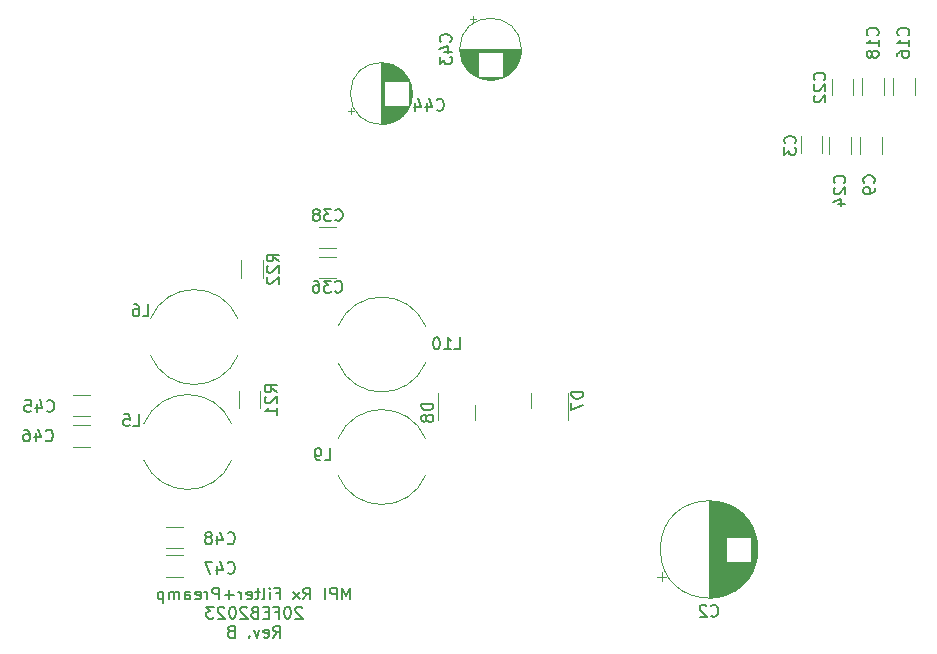
<source format=gbr>
%TF.GenerationSoftware,KiCad,Pcbnew,(6.0.10)*%
%TF.CreationDate,2023-02-20T15:55:57-05:00*%
%TF.ProjectId,Rx_Preamp,52785f50-7265-4616-9d70-2e6b69636164,rev?*%
%TF.SameCoordinates,Original*%
%TF.FileFunction,Legend,Bot*%
%TF.FilePolarity,Positive*%
%FSLAX46Y46*%
G04 Gerber Fmt 4.6, Leading zero omitted, Abs format (unit mm)*
G04 Created by KiCad (PCBNEW (6.0.10)) date 2023-02-20 15:55:57*
%MOMM*%
%LPD*%
G01*
G04 APERTURE LIST*
%ADD10C,0.150000*%
%ADD11C,0.120000*%
G04 APERTURE END LIST*
D10*
X74119047Y-156842380D02*
X74119047Y-155842380D01*
X73785714Y-156556666D01*
X73452380Y-155842380D01*
X73452380Y-156842380D01*
X72976190Y-156842380D02*
X72976190Y-155842380D01*
X72595238Y-155842380D01*
X72500000Y-155890000D01*
X72452380Y-155937619D01*
X72404761Y-156032857D01*
X72404761Y-156175714D01*
X72452380Y-156270952D01*
X72500000Y-156318571D01*
X72595238Y-156366190D01*
X72976190Y-156366190D01*
X71976190Y-156842380D02*
X71976190Y-155842380D01*
X70166666Y-156842380D02*
X70500000Y-156366190D01*
X70738095Y-156842380D02*
X70738095Y-155842380D01*
X70357142Y-155842380D01*
X70261904Y-155890000D01*
X70214285Y-155937619D01*
X70166666Y-156032857D01*
X70166666Y-156175714D01*
X70214285Y-156270952D01*
X70261904Y-156318571D01*
X70357142Y-156366190D01*
X70738095Y-156366190D01*
X69833333Y-156842380D02*
X69309523Y-156175714D01*
X69833333Y-156175714D02*
X69309523Y-156842380D01*
X67833333Y-156318571D02*
X68166666Y-156318571D01*
X68166666Y-156842380D02*
X68166666Y-155842380D01*
X67690476Y-155842380D01*
X67309523Y-156842380D02*
X67309523Y-156175714D01*
X67309523Y-155842380D02*
X67357142Y-155890000D01*
X67309523Y-155937619D01*
X67261904Y-155890000D01*
X67309523Y-155842380D01*
X67309523Y-155937619D01*
X66690476Y-156842380D02*
X66785714Y-156794761D01*
X66833333Y-156699523D01*
X66833333Y-155842380D01*
X66452380Y-156175714D02*
X66071428Y-156175714D01*
X66309523Y-155842380D02*
X66309523Y-156699523D01*
X66261904Y-156794761D01*
X66166666Y-156842380D01*
X66071428Y-156842380D01*
X65357142Y-156794761D02*
X65452380Y-156842380D01*
X65642857Y-156842380D01*
X65738095Y-156794761D01*
X65785714Y-156699523D01*
X65785714Y-156318571D01*
X65738095Y-156223333D01*
X65642857Y-156175714D01*
X65452380Y-156175714D01*
X65357142Y-156223333D01*
X65309523Y-156318571D01*
X65309523Y-156413809D01*
X65785714Y-156509047D01*
X64880952Y-156842380D02*
X64880952Y-156175714D01*
X64880952Y-156366190D02*
X64833333Y-156270952D01*
X64785714Y-156223333D01*
X64690476Y-156175714D01*
X64595238Y-156175714D01*
X64261904Y-156461428D02*
X63500000Y-156461428D01*
X63880952Y-156842380D02*
X63880952Y-156080476D01*
X63023809Y-156842380D02*
X63023809Y-155842380D01*
X62642857Y-155842380D01*
X62547619Y-155890000D01*
X62500000Y-155937619D01*
X62452380Y-156032857D01*
X62452380Y-156175714D01*
X62500000Y-156270952D01*
X62547619Y-156318571D01*
X62642857Y-156366190D01*
X63023809Y-156366190D01*
X62023809Y-156842380D02*
X62023809Y-156175714D01*
X62023809Y-156366190D02*
X61976190Y-156270952D01*
X61928571Y-156223333D01*
X61833333Y-156175714D01*
X61738095Y-156175714D01*
X61023809Y-156794761D02*
X61119047Y-156842380D01*
X61309523Y-156842380D01*
X61404761Y-156794761D01*
X61452380Y-156699523D01*
X61452380Y-156318571D01*
X61404761Y-156223333D01*
X61309523Y-156175714D01*
X61119047Y-156175714D01*
X61023809Y-156223333D01*
X60976190Y-156318571D01*
X60976190Y-156413809D01*
X61452380Y-156509047D01*
X60119047Y-156842380D02*
X60119047Y-156318571D01*
X60166666Y-156223333D01*
X60261904Y-156175714D01*
X60452380Y-156175714D01*
X60547619Y-156223333D01*
X60119047Y-156794761D02*
X60214285Y-156842380D01*
X60452380Y-156842380D01*
X60547619Y-156794761D01*
X60595238Y-156699523D01*
X60595238Y-156604285D01*
X60547619Y-156509047D01*
X60452380Y-156461428D01*
X60214285Y-156461428D01*
X60119047Y-156413809D01*
X59642857Y-156842380D02*
X59642857Y-156175714D01*
X59642857Y-156270952D02*
X59595238Y-156223333D01*
X59500000Y-156175714D01*
X59357142Y-156175714D01*
X59261904Y-156223333D01*
X59214285Y-156318571D01*
X59214285Y-156842380D01*
X59214285Y-156318571D02*
X59166666Y-156223333D01*
X59071428Y-156175714D01*
X58928571Y-156175714D01*
X58833333Y-156223333D01*
X58785714Y-156318571D01*
X58785714Y-156842380D01*
X58309523Y-156175714D02*
X58309523Y-157175714D01*
X58309523Y-156223333D02*
X58214285Y-156175714D01*
X58023809Y-156175714D01*
X57928571Y-156223333D01*
X57880952Y-156270952D01*
X57833333Y-156366190D01*
X57833333Y-156651904D01*
X57880952Y-156747142D01*
X57928571Y-156794761D01*
X58023809Y-156842380D01*
X58214285Y-156842380D01*
X58309523Y-156794761D01*
X70047619Y-157547619D02*
X70000000Y-157500000D01*
X69904761Y-157452380D01*
X69666666Y-157452380D01*
X69571428Y-157500000D01*
X69523809Y-157547619D01*
X69476190Y-157642857D01*
X69476190Y-157738095D01*
X69523809Y-157880952D01*
X70095238Y-158452380D01*
X69476190Y-158452380D01*
X68857142Y-157452380D02*
X68761904Y-157452380D01*
X68666666Y-157500000D01*
X68619047Y-157547619D01*
X68571428Y-157642857D01*
X68523809Y-157833333D01*
X68523809Y-158071428D01*
X68571428Y-158261904D01*
X68619047Y-158357142D01*
X68666666Y-158404761D01*
X68761904Y-158452380D01*
X68857142Y-158452380D01*
X68952380Y-158404761D01*
X69000000Y-158357142D01*
X69047619Y-158261904D01*
X69095238Y-158071428D01*
X69095238Y-157833333D01*
X69047619Y-157642857D01*
X69000000Y-157547619D01*
X68952380Y-157500000D01*
X68857142Y-157452380D01*
X67761904Y-157928571D02*
X68095238Y-157928571D01*
X68095238Y-158452380D02*
X68095238Y-157452380D01*
X67619047Y-157452380D01*
X67238095Y-157928571D02*
X66904761Y-157928571D01*
X66761904Y-158452380D02*
X67238095Y-158452380D01*
X67238095Y-157452380D01*
X66761904Y-157452380D01*
X66000000Y-157928571D02*
X65857142Y-157976190D01*
X65809523Y-158023809D01*
X65761904Y-158119047D01*
X65761904Y-158261904D01*
X65809523Y-158357142D01*
X65857142Y-158404761D01*
X65952380Y-158452380D01*
X66333333Y-158452380D01*
X66333333Y-157452380D01*
X66000000Y-157452380D01*
X65904761Y-157500000D01*
X65857142Y-157547619D01*
X65809523Y-157642857D01*
X65809523Y-157738095D01*
X65857142Y-157833333D01*
X65904761Y-157880952D01*
X66000000Y-157928571D01*
X66333333Y-157928571D01*
X65380952Y-157547619D02*
X65333333Y-157500000D01*
X65238095Y-157452380D01*
X65000000Y-157452380D01*
X64904761Y-157500000D01*
X64857142Y-157547619D01*
X64809523Y-157642857D01*
X64809523Y-157738095D01*
X64857142Y-157880952D01*
X65428571Y-158452380D01*
X64809523Y-158452380D01*
X64190476Y-157452380D02*
X64095238Y-157452380D01*
X64000000Y-157500000D01*
X63952380Y-157547619D01*
X63904761Y-157642857D01*
X63857142Y-157833333D01*
X63857142Y-158071428D01*
X63904761Y-158261904D01*
X63952380Y-158357142D01*
X64000000Y-158404761D01*
X64095238Y-158452380D01*
X64190476Y-158452380D01*
X64285714Y-158404761D01*
X64333333Y-158357142D01*
X64380952Y-158261904D01*
X64428571Y-158071428D01*
X64428571Y-157833333D01*
X64380952Y-157642857D01*
X64333333Y-157547619D01*
X64285714Y-157500000D01*
X64190476Y-157452380D01*
X63476190Y-157547619D02*
X63428571Y-157500000D01*
X63333333Y-157452380D01*
X63095238Y-157452380D01*
X63000000Y-157500000D01*
X62952380Y-157547619D01*
X62904761Y-157642857D01*
X62904761Y-157738095D01*
X62952380Y-157880952D01*
X63523809Y-158452380D01*
X62904761Y-158452380D01*
X62571428Y-157452380D02*
X61952380Y-157452380D01*
X62285714Y-157833333D01*
X62142857Y-157833333D01*
X62047619Y-157880952D01*
X62000000Y-157928571D01*
X61952380Y-158023809D01*
X61952380Y-158261904D01*
X62000000Y-158357142D01*
X62047619Y-158404761D01*
X62142857Y-158452380D01*
X62428571Y-158452380D01*
X62523809Y-158404761D01*
X62571428Y-158357142D01*
X67619047Y-160062380D02*
X67952380Y-159586190D01*
X68190476Y-160062380D02*
X68190476Y-159062380D01*
X67809523Y-159062380D01*
X67714285Y-159110000D01*
X67666666Y-159157619D01*
X67619047Y-159252857D01*
X67619047Y-159395714D01*
X67666666Y-159490952D01*
X67714285Y-159538571D01*
X67809523Y-159586190D01*
X68190476Y-159586190D01*
X66809523Y-160014761D02*
X66904761Y-160062380D01*
X67095238Y-160062380D01*
X67190476Y-160014761D01*
X67238095Y-159919523D01*
X67238095Y-159538571D01*
X67190476Y-159443333D01*
X67095238Y-159395714D01*
X66904761Y-159395714D01*
X66809523Y-159443333D01*
X66761904Y-159538571D01*
X66761904Y-159633809D01*
X67238095Y-159729047D01*
X66428571Y-159395714D02*
X66190476Y-160062380D01*
X65952380Y-159395714D01*
X65571428Y-159967142D02*
X65523809Y-160014761D01*
X65571428Y-160062380D01*
X65619047Y-160014761D01*
X65571428Y-159967142D01*
X65571428Y-160062380D01*
X64000000Y-159538571D02*
X63857142Y-159586190D01*
X63809523Y-159633809D01*
X63761904Y-159729047D01*
X63761904Y-159871904D01*
X63809523Y-159967142D01*
X63857142Y-160014761D01*
X63952380Y-160062380D01*
X64333333Y-160062380D01*
X64333333Y-159062380D01*
X64000000Y-159062380D01*
X63904761Y-159110000D01*
X63857142Y-159157619D01*
X63809523Y-159252857D01*
X63809523Y-159348095D01*
X63857142Y-159443333D01*
X63904761Y-159490952D01*
X64000000Y-159538571D01*
X64333333Y-159538571D01*
%TO.C,C2*%
X104666666Y-158207142D02*
X104714285Y-158254761D01*
X104857142Y-158302380D01*
X104952380Y-158302380D01*
X105095238Y-158254761D01*
X105190476Y-158159523D01*
X105238095Y-158064285D01*
X105285714Y-157873809D01*
X105285714Y-157730952D01*
X105238095Y-157540476D01*
X105190476Y-157445238D01*
X105095238Y-157350000D01*
X104952380Y-157302380D01*
X104857142Y-157302380D01*
X104714285Y-157350000D01*
X104666666Y-157397619D01*
X104285714Y-157397619D02*
X104238095Y-157350000D01*
X104142857Y-157302380D01*
X103904761Y-157302380D01*
X103809523Y-157350000D01*
X103761904Y-157397619D01*
X103714285Y-157492857D01*
X103714285Y-157588095D01*
X103761904Y-157730952D01*
X104333333Y-158302380D01*
X103714285Y-158302380D01*
%TO.C,C16*%
X121357142Y-109057142D02*
X121404761Y-109009523D01*
X121452380Y-108866666D01*
X121452380Y-108771428D01*
X121404761Y-108628571D01*
X121309523Y-108533333D01*
X121214285Y-108485714D01*
X121023809Y-108438095D01*
X120880952Y-108438095D01*
X120690476Y-108485714D01*
X120595238Y-108533333D01*
X120500000Y-108628571D01*
X120452380Y-108771428D01*
X120452380Y-108866666D01*
X120500000Y-109009523D01*
X120547619Y-109057142D01*
X121452380Y-110009523D02*
X121452380Y-109438095D01*
X121452380Y-109723809D02*
X120452380Y-109723809D01*
X120595238Y-109628571D01*
X120690476Y-109533333D01*
X120738095Y-109438095D01*
X120452380Y-110866666D02*
X120452380Y-110676190D01*
X120500000Y-110580952D01*
X120547619Y-110533333D01*
X120690476Y-110438095D01*
X120880952Y-110390476D01*
X121261904Y-110390476D01*
X121357142Y-110438095D01*
X121404761Y-110485714D01*
X121452380Y-110580952D01*
X121452380Y-110771428D01*
X121404761Y-110866666D01*
X121357142Y-110914285D01*
X121261904Y-110961904D01*
X121023809Y-110961904D01*
X120928571Y-110914285D01*
X120880952Y-110866666D01*
X120833333Y-110771428D01*
X120833333Y-110580952D01*
X120880952Y-110485714D01*
X120928571Y-110438095D01*
X121023809Y-110390476D01*
%TO.C,C18*%
X118757142Y-109057142D02*
X118804761Y-109009523D01*
X118852380Y-108866666D01*
X118852380Y-108771428D01*
X118804761Y-108628571D01*
X118709523Y-108533333D01*
X118614285Y-108485714D01*
X118423809Y-108438095D01*
X118280952Y-108438095D01*
X118090476Y-108485714D01*
X117995238Y-108533333D01*
X117900000Y-108628571D01*
X117852380Y-108771428D01*
X117852380Y-108866666D01*
X117900000Y-109009523D01*
X117947619Y-109057142D01*
X118852380Y-110009523D02*
X118852380Y-109438095D01*
X118852380Y-109723809D02*
X117852380Y-109723809D01*
X117995238Y-109628571D01*
X118090476Y-109533333D01*
X118138095Y-109438095D01*
X118280952Y-110580952D02*
X118233333Y-110485714D01*
X118185714Y-110438095D01*
X118090476Y-110390476D01*
X118042857Y-110390476D01*
X117947619Y-110438095D01*
X117900000Y-110485714D01*
X117852380Y-110580952D01*
X117852380Y-110771428D01*
X117900000Y-110866666D01*
X117947619Y-110914285D01*
X118042857Y-110961904D01*
X118090476Y-110961904D01*
X118185714Y-110914285D01*
X118233333Y-110866666D01*
X118280952Y-110771428D01*
X118280952Y-110580952D01*
X118328571Y-110485714D01*
X118376190Y-110438095D01*
X118471428Y-110390476D01*
X118661904Y-110390476D01*
X118757142Y-110438095D01*
X118804761Y-110485714D01*
X118852380Y-110580952D01*
X118852380Y-110771428D01*
X118804761Y-110866666D01*
X118757142Y-110914285D01*
X118661904Y-110961904D01*
X118471428Y-110961904D01*
X118376190Y-110914285D01*
X118328571Y-110866666D01*
X118280952Y-110771428D01*
%TO.C,C24*%
X115957142Y-121582142D02*
X116004761Y-121534523D01*
X116052380Y-121391666D01*
X116052380Y-121296428D01*
X116004761Y-121153571D01*
X115909523Y-121058333D01*
X115814285Y-121010714D01*
X115623809Y-120963095D01*
X115480952Y-120963095D01*
X115290476Y-121010714D01*
X115195238Y-121058333D01*
X115100000Y-121153571D01*
X115052380Y-121296428D01*
X115052380Y-121391666D01*
X115100000Y-121534523D01*
X115147619Y-121582142D01*
X115147619Y-121963095D02*
X115100000Y-122010714D01*
X115052380Y-122105952D01*
X115052380Y-122344047D01*
X115100000Y-122439285D01*
X115147619Y-122486904D01*
X115242857Y-122534523D01*
X115338095Y-122534523D01*
X115480952Y-122486904D01*
X116052380Y-121915476D01*
X116052380Y-122534523D01*
X115385714Y-123391666D02*
X116052380Y-123391666D01*
X115004761Y-123153571D02*
X115719047Y-122915476D01*
X115719047Y-123534523D01*
%TO.C,C36*%
X72842857Y-130757142D02*
X72890476Y-130804761D01*
X73033333Y-130852380D01*
X73128571Y-130852380D01*
X73271428Y-130804761D01*
X73366666Y-130709523D01*
X73414285Y-130614285D01*
X73461904Y-130423809D01*
X73461904Y-130280952D01*
X73414285Y-130090476D01*
X73366666Y-129995238D01*
X73271428Y-129900000D01*
X73128571Y-129852380D01*
X73033333Y-129852380D01*
X72890476Y-129900000D01*
X72842857Y-129947619D01*
X72509523Y-129852380D02*
X71890476Y-129852380D01*
X72223809Y-130233333D01*
X72080952Y-130233333D01*
X71985714Y-130280952D01*
X71938095Y-130328571D01*
X71890476Y-130423809D01*
X71890476Y-130661904D01*
X71938095Y-130757142D01*
X71985714Y-130804761D01*
X72080952Y-130852380D01*
X72366666Y-130852380D01*
X72461904Y-130804761D01*
X72509523Y-130757142D01*
X71033333Y-129852380D02*
X71223809Y-129852380D01*
X71319047Y-129900000D01*
X71366666Y-129947619D01*
X71461904Y-130090476D01*
X71509523Y-130280952D01*
X71509523Y-130661904D01*
X71461904Y-130757142D01*
X71414285Y-130804761D01*
X71319047Y-130852380D01*
X71128571Y-130852380D01*
X71033333Y-130804761D01*
X70985714Y-130757142D01*
X70938095Y-130661904D01*
X70938095Y-130423809D01*
X70985714Y-130328571D01*
X71033333Y-130280952D01*
X71128571Y-130233333D01*
X71319047Y-130233333D01*
X71414285Y-130280952D01*
X71461904Y-130328571D01*
X71509523Y-130423809D01*
%TO.C,C38*%
X72857857Y-124692142D02*
X72905476Y-124739761D01*
X73048333Y-124787380D01*
X73143571Y-124787380D01*
X73286428Y-124739761D01*
X73381666Y-124644523D01*
X73429285Y-124549285D01*
X73476904Y-124358809D01*
X73476904Y-124215952D01*
X73429285Y-124025476D01*
X73381666Y-123930238D01*
X73286428Y-123835000D01*
X73143571Y-123787380D01*
X73048333Y-123787380D01*
X72905476Y-123835000D01*
X72857857Y-123882619D01*
X72524523Y-123787380D02*
X71905476Y-123787380D01*
X72238809Y-124168333D01*
X72095952Y-124168333D01*
X72000714Y-124215952D01*
X71953095Y-124263571D01*
X71905476Y-124358809D01*
X71905476Y-124596904D01*
X71953095Y-124692142D01*
X72000714Y-124739761D01*
X72095952Y-124787380D01*
X72381666Y-124787380D01*
X72476904Y-124739761D01*
X72524523Y-124692142D01*
X71334047Y-124215952D02*
X71429285Y-124168333D01*
X71476904Y-124120714D01*
X71524523Y-124025476D01*
X71524523Y-123977857D01*
X71476904Y-123882619D01*
X71429285Y-123835000D01*
X71334047Y-123787380D01*
X71143571Y-123787380D01*
X71048333Y-123835000D01*
X71000714Y-123882619D01*
X70953095Y-123977857D01*
X70953095Y-124025476D01*
X71000714Y-124120714D01*
X71048333Y-124168333D01*
X71143571Y-124215952D01*
X71334047Y-124215952D01*
X71429285Y-124263571D01*
X71476904Y-124311190D01*
X71524523Y-124406428D01*
X71524523Y-124596904D01*
X71476904Y-124692142D01*
X71429285Y-124739761D01*
X71334047Y-124787380D01*
X71143571Y-124787380D01*
X71048333Y-124739761D01*
X71000714Y-124692142D01*
X70953095Y-124596904D01*
X70953095Y-124406428D01*
X71000714Y-124311190D01*
X71048333Y-124263571D01*
X71143571Y-124215952D01*
%TO.C,L9*%
X71966666Y-145052380D02*
X72442857Y-145052380D01*
X72442857Y-144052380D01*
X71585714Y-145052380D02*
X71395238Y-145052380D01*
X71300000Y-145004761D01*
X71252380Y-144957142D01*
X71157142Y-144814285D01*
X71109523Y-144623809D01*
X71109523Y-144242857D01*
X71157142Y-144147619D01*
X71204761Y-144100000D01*
X71300000Y-144052380D01*
X71490476Y-144052380D01*
X71585714Y-144100000D01*
X71633333Y-144147619D01*
X71680952Y-144242857D01*
X71680952Y-144480952D01*
X71633333Y-144576190D01*
X71585714Y-144623809D01*
X71490476Y-144671428D01*
X71300000Y-144671428D01*
X71204761Y-144623809D01*
X71157142Y-144576190D01*
X71109523Y-144480952D01*
%TO.C,L10*%
X82942857Y-135652380D02*
X83419047Y-135652380D01*
X83419047Y-134652380D01*
X82085714Y-135652380D02*
X82657142Y-135652380D01*
X82371428Y-135652380D02*
X82371428Y-134652380D01*
X82466666Y-134795238D01*
X82561904Y-134890476D01*
X82657142Y-134938095D01*
X81466666Y-134652380D02*
X81371428Y-134652380D01*
X81276190Y-134700000D01*
X81228571Y-134747619D01*
X81180952Y-134842857D01*
X81133333Y-135033333D01*
X81133333Y-135271428D01*
X81180952Y-135461904D01*
X81228571Y-135557142D01*
X81276190Y-135604761D01*
X81371428Y-135652380D01*
X81466666Y-135652380D01*
X81561904Y-135604761D01*
X81609523Y-135557142D01*
X81657142Y-135461904D01*
X81704761Y-135271428D01*
X81704761Y-135033333D01*
X81657142Y-134842857D01*
X81609523Y-134747619D01*
X81561904Y-134700000D01*
X81466666Y-134652380D01*
%TO.C,R21*%
X67902380Y-139294642D02*
X67426190Y-138961309D01*
X67902380Y-138723214D02*
X66902380Y-138723214D01*
X66902380Y-139104166D01*
X66950000Y-139199404D01*
X66997619Y-139247023D01*
X67092857Y-139294642D01*
X67235714Y-139294642D01*
X67330952Y-139247023D01*
X67378571Y-139199404D01*
X67426190Y-139104166D01*
X67426190Y-138723214D01*
X66997619Y-139675595D02*
X66950000Y-139723214D01*
X66902380Y-139818452D01*
X66902380Y-140056547D01*
X66950000Y-140151785D01*
X66997619Y-140199404D01*
X67092857Y-140247023D01*
X67188095Y-140247023D01*
X67330952Y-140199404D01*
X67902380Y-139627976D01*
X67902380Y-140247023D01*
X67902380Y-141199404D02*
X67902380Y-140627976D01*
X67902380Y-140913690D02*
X66902380Y-140913690D01*
X67045238Y-140818452D01*
X67140476Y-140723214D01*
X67188095Y-140627976D01*
%TO.C,R22*%
X68072380Y-128219642D02*
X67596190Y-127886309D01*
X68072380Y-127648214D02*
X67072380Y-127648214D01*
X67072380Y-128029166D01*
X67120000Y-128124404D01*
X67167619Y-128172023D01*
X67262857Y-128219642D01*
X67405714Y-128219642D01*
X67500952Y-128172023D01*
X67548571Y-128124404D01*
X67596190Y-128029166D01*
X67596190Y-127648214D01*
X67167619Y-128600595D02*
X67120000Y-128648214D01*
X67072380Y-128743452D01*
X67072380Y-128981547D01*
X67120000Y-129076785D01*
X67167619Y-129124404D01*
X67262857Y-129172023D01*
X67358095Y-129172023D01*
X67500952Y-129124404D01*
X68072380Y-128552976D01*
X68072380Y-129172023D01*
X67167619Y-129552976D02*
X67120000Y-129600595D01*
X67072380Y-129695833D01*
X67072380Y-129933928D01*
X67120000Y-130029166D01*
X67167619Y-130076785D01*
X67262857Y-130124404D01*
X67358095Y-130124404D01*
X67500952Y-130076785D01*
X68072380Y-129505357D01*
X68072380Y-130124404D01*
%TO.C,L5*%
X55766666Y-142152380D02*
X56242857Y-142152380D01*
X56242857Y-141152380D01*
X54957142Y-141152380D02*
X55433333Y-141152380D01*
X55480952Y-141628571D01*
X55433333Y-141580952D01*
X55338095Y-141533333D01*
X55100000Y-141533333D01*
X55004761Y-141580952D01*
X54957142Y-141628571D01*
X54909523Y-141723809D01*
X54909523Y-141961904D01*
X54957142Y-142057142D01*
X55004761Y-142104761D01*
X55100000Y-142152380D01*
X55338095Y-142152380D01*
X55433333Y-142104761D01*
X55480952Y-142057142D01*
%TO.C,L6*%
X56566666Y-132852380D02*
X57042857Y-132852380D01*
X57042857Y-131852380D01*
X55804761Y-131852380D02*
X55995238Y-131852380D01*
X56090476Y-131900000D01*
X56138095Y-131947619D01*
X56233333Y-132090476D01*
X56280952Y-132280952D01*
X56280952Y-132661904D01*
X56233333Y-132757142D01*
X56185714Y-132804761D01*
X56090476Y-132852380D01*
X55900000Y-132852380D01*
X55804761Y-132804761D01*
X55757142Y-132757142D01*
X55709523Y-132661904D01*
X55709523Y-132423809D01*
X55757142Y-132328571D01*
X55804761Y-132280952D01*
X55900000Y-132233333D01*
X56090476Y-132233333D01*
X56185714Y-132280952D01*
X56233333Y-132328571D01*
X56280952Y-132423809D01*
%TO.C,C9*%
X118457142Y-121558333D02*
X118504761Y-121510714D01*
X118552380Y-121367857D01*
X118552380Y-121272619D01*
X118504761Y-121129761D01*
X118409523Y-121034523D01*
X118314285Y-120986904D01*
X118123809Y-120939285D01*
X117980952Y-120939285D01*
X117790476Y-120986904D01*
X117695238Y-121034523D01*
X117600000Y-121129761D01*
X117552380Y-121272619D01*
X117552380Y-121367857D01*
X117600000Y-121510714D01*
X117647619Y-121558333D01*
X118552380Y-122034523D02*
X118552380Y-122225000D01*
X118504761Y-122320238D01*
X118457142Y-122367857D01*
X118314285Y-122463095D01*
X118123809Y-122510714D01*
X117742857Y-122510714D01*
X117647619Y-122463095D01*
X117600000Y-122415476D01*
X117552380Y-122320238D01*
X117552380Y-122129761D01*
X117600000Y-122034523D01*
X117647619Y-121986904D01*
X117742857Y-121939285D01*
X117980952Y-121939285D01*
X118076190Y-121986904D01*
X118123809Y-122034523D01*
X118171428Y-122129761D01*
X118171428Y-122320238D01*
X118123809Y-122415476D01*
X118076190Y-122463095D01*
X117980952Y-122510714D01*
%TO.C,C22*%
X114257142Y-112857142D02*
X114304761Y-112809523D01*
X114352380Y-112666666D01*
X114352380Y-112571428D01*
X114304761Y-112428571D01*
X114209523Y-112333333D01*
X114114285Y-112285714D01*
X113923809Y-112238095D01*
X113780952Y-112238095D01*
X113590476Y-112285714D01*
X113495238Y-112333333D01*
X113400000Y-112428571D01*
X113352380Y-112571428D01*
X113352380Y-112666666D01*
X113400000Y-112809523D01*
X113447619Y-112857142D01*
X113447619Y-113238095D02*
X113400000Y-113285714D01*
X113352380Y-113380952D01*
X113352380Y-113619047D01*
X113400000Y-113714285D01*
X113447619Y-113761904D01*
X113542857Y-113809523D01*
X113638095Y-113809523D01*
X113780952Y-113761904D01*
X114352380Y-113190476D01*
X114352380Y-113809523D01*
X113447619Y-114190476D02*
X113400000Y-114238095D01*
X113352380Y-114333333D01*
X113352380Y-114571428D01*
X113400000Y-114666666D01*
X113447619Y-114714285D01*
X113542857Y-114761904D01*
X113638095Y-114761904D01*
X113780952Y-114714285D01*
X114352380Y-114142857D01*
X114352380Y-114761904D01*
%TO.C,C3*%
X111757142Y-118233333D02*
X111804761Y-118185714D01*
X111852380Y-118042857D01*
X111852380Y-117947619D01*
X111804761Y-117804761D01*
X111709523Y-117709523D01*
X111614285Y-117661904D01*
X111423809Y-117614285D01*
X111280952Y-117614285D01*
X111090476Y-117661904D01*
X110995238Y-117709523D01*
X110900000Y-117804761D01*
X110852380Y-117947619D01*
X110852380Y-118042857D01*
X110900000Y-118185714D01*
X110947619Y-118233333D01*
X110852380Y-118566666D02*
X110852380Y-119185714D01*
X111233333Y-118852380D01*
X111233333Y-118995238D01*
X111280952Y-119090476D01*
X111328571Y-119138095D01*
X111423809Y-119185714D01*
X111661904Y-119185714D01*
X111757142Y-119138095D01*
X111804761Y-119090476D01*
X111852380Y-118995238D01*
X111852380Y-118709523D01*
X111804761Y-118614285D01*
X111757142Y-118566666D01*
%TO.C,C43*%
X82607142Y-109607142D02*
X82654761Y-109559523D01*
X82702380Y-109416666D01*
X82702380Y-109321428D01*
X82654761Y-109178571D01*
X82559523Y-109083333D01*
X82464285Y-109035714D01*
X82273809Y-108988095D01*
X82130952Y-108988095D01*
X81940476Y-109035714D01*
X81845238Y-109083333D01*
X81750000Y-109178571D01*
X81702380Y-109321428D01*
X81702380Y-109416666D01*
X81750000Y-109559523D01*
X81797619Y-109607142D01*
X82035714Y-110464285D02*
X82702380Y-110464285D01*
X81654761Y-110226190D02*
X82369047Y-109988095D01*
X82369047Y-110607142D01*
X81702380Y-110892857D02*
X81702380Y-111511904D01*
X82083333Y-111178571D01*
X82083333Y-111321428D01*
X82130952Y-111416666D01*
X82178571Y-111464285D01*
X82273809Y-111511904D01*
X82511904Y-111511904D01*
X82607142Y-111464285D01*
X82654761Y-111416666D01*
X82702380Y-111321428D01*
X82702380Y-111035714D01*
X82654761Y-110940476D01*
X82607142Y-110892857D01*
%TO.C,C44*%
X81442857Y-115357142D02*
X81490476Y-115404761D01*
X81633333Y-115452380D01*
X81728571Y-115452380D01*
X81871428Y-115404761D01*
X81966666Y-115309523D01*
X82014285Y-115214285D01*
X82061904Y-115023809D01*
X82061904Y-114880952D01*
X82014285Y-114690476D01*
X81966666Y-114595238D01*
X81871428Y-114500000D01*
X81728571Y-114452380D01*
X81633333Y-114452380D01*
X81490476Y-114500000D01*
X81442857Y-114547619D01*
X80585714Y-114785714D02*
X80585714Y-115452380D01*
X80823809Y-114404761D02*
X81061904Y-115119047D01*
X80442857Y-115119047D01*
X79633333Y-114785714D02*
X79633333Y-115452380D01*
X79871428Y-114404761D02*
X80109523Y-115119047D01*
X79490476Y-115119047D01*
%TO.C,D7*%
X93852380Y-139261904D02*
X92852380Y-139261904D01*
X92852380Y-139500000D01*
X92900000Y-139642857D01*
X92995238Y-139738095D01*
X93090476Y-139785714D01*
X93280952Y-139833333D01*
X93423809Y-139833333D01*
X93614285Y-139785714D01*
X93709523Y-139738095D01*
X93804761Y-139642857D01*
X93852380Y-139500000D01*
X93852380Y-139261904D01*
X92852380Y-140166666D02*
X92852380Y-140833333D01*
X93852380Y-140404761D01*
%TO.C,D8*%
X81152380Y-140261904D02*
X80152380Y-140261904D01*
X80152380Y-140500000D01*
X80200000Y-140642857D01*
X80295238Y-140738095D01*
X80390476Y-140785714D01*
X80580952Y-140833333D01*
X80723809Y-140833333D01*
X80914285Y-140785714D01*
X81009523Y-140738095D01*
X81104761Y-140642857D01*
X81152380Y-140500000D01*
X81152380Y-140261904D01*
X80580952Y-141404761D02*
X80533333Y-141309523D01*
X80485714Y-141261904D01*
X80390476Y-141214285D01*
X80342857Y-141214285D01*
X80247619Y-141261904D01*
X80200000Y-141309523D01*
X80152380Y-141404761D01*
X80152380Y-141595238D01*
X80200000Y-141690476D01*
X80247619Y-141738095D01*
X80342857Y-141785714D01*
X80390476Y-141785714D01*
X80485714Y-141738095D01*
X80533333Y-141690476D01*
X80580952Y-141595238D01*
X80580952Y-141404761D01*
X80628571Y-141309523D01*
X80676190Y-141261904D01*
X80771428Y-141214285D01*
X80961904Y-141214285D01*
X81057142Y-141261904D01*
X81104761Y-141309523D01*
X81152380Y-141404761D01*
X81152380Y-141595238D01*
X81104761Y-141690476D01*
X81057142Y-141738095D01*
X80961904Y-141785714D01*
X80771428Y-141785714D01*
X80676190Y-141738095D01*
X80628571Y-141690476D01*
X80580952Y-141595238D01*
%TO.C,C45*%
X48442857Y-140857142D02*
X48490476Y-140904761D01*
X48633333Y-140952380D01*
X48728571Y-140952380D01*
X48871428Y-140904761D01*
X48966666Y-140809523D01*
X49014285Y-140714285D01*
X49061904Y-140523809D01*
X49061904Y-140380952D01*
X49014285Y-140190476D01*
X48966666Y-140095238D01*
X48871428Y-140000000D01*
X48728571Y-139952380D01*
X48633333Y-139952380D01*
X48490476Y-140000000D01*
X48442857Y-140047619D01*
X47585714Y-140285714D02*
X47585714Y-140952380D01*
X47823809Y-139904761D02*
X48061904Y-140619047D01*
X47442857Y-140619047D01*
X46585714Y-139952380D02*
X47061904Y-139952380D01*
X47109523Y-140428571D01*
X47061904Y-140380952D01*
X46966666Y-140333333D01*
X46728571Y-140333333D01*
X46633333Y-140380952D01*
X46585714Y-140428571D01*
X46538095Y-140523809D01*
X46538095Y-140761904D01*
X46585714Y-140857142D01*
X46633333Y-140904761D01*
X46728571Y-140952380D01*
X46966666Y-140952380D01*
X47061904Y-140904761D01*
X47109523Y-140857142D01*
%TO.C,C46*%
X48342857Y-143357142D02*
X48390476Y-143404761D01*
X48533333Y-143452380D01*
X48628571Y-143452380D01*
X48771428Y-143404761D01*
X48866666Y-143309523D01*
X48914285Y-143214285D01*
X48961904Y-143023809D01*
X48961904Y-142880952D01*
X48914285Y-142690476D01*
X48866666Y-142595238D01*
X48771428Y-142500000D01*
X48628571Y-142452380D01*
X48533333Y-142452380D01*
X48390476Y-142500000D01*
X48342857Y-142547619D01*
X47485714Y-142785714D02*
X47485714Y-143452380D01*
X47723809Y-142404761D02*
X47961904Y-143119047D01*
X47342857Y-143119047D01*
X46533333Y-142452380D02*
X46723809Y-142452380D01*
X46819047Y-142500000D01*
X46866666Y-142547619D01*
X46961904Y-142690476D01*
X47009523Y-142880952D01*
X47009523Y-143261904D01*
X46961904Y-143357142D01*
X46914285Y-143404761D01*
X46819047Y-143452380D01*
X46628571Y-143452380D01*
X46533333Y-143404761D01*
X46485714Y-143357142D01*
X46438095Y-143261904D01*
X46438095Y-143023809D01*
X46485714Y-142928571D01*
X46533333Y-142880952D01*
X46628571Y-142833333D01*
X46819047Y-142833333D01*
X46914285Y-142880952D01*
X46961904Y-142928571D01*
X47009523Y-143023809D01*
%TO.C,C47*%
X63742857Y-154557142D02*
X63790476Y-154604761D01*
X63933333Y-154652380D01*
X64028571Y-154652380D01*
X64171428Y-154604761D01*
X64266666Y-154509523D01*
X64314285Y-154414285D01*
X64361904Y-154223809D01*
X64361904Y-154080952D01*
X64314285Y-153890476D01*
X64266666Y-153795238D01*
X64171428Y-153700000D01*
X64028571Y-153652380D01*
X63933333Y-153652380D01*
X63790476Y-153700000D01*
X63742857Y-153747619D01*
X62885714Y-153985714D02*
X62885714Y-154652380D01*
X63123809Y-153604761D02*
X63361904Y-154319047D01*
X62742857Y-154319047D01*
X62457142Y-153652380D02*
X61790476Y-153652380D01*
X62219047Y-154652380D01*
%TO.C,C48*%
X63742857Y-152057142D02*
X63790476Y-152104761D01*
X63933333Y-152152380D01*
X64028571Y-152152380D01*
X64171428Y-152104761D01*
X64266666Y-152009523D01*
X64314285Y-151914285D01*
X64361904Y-151723809D01*
X64361904Y-151580952D01*
X64314285Y-151390476D01*
X64266666Y-151295238D01*
X64171428Y-151200000D01*
X64028571Y-151152380D01*
X63933333Y-151152380D01*
X63790476Y-151200000D01*
X63742857Y-151247619D01*
X62885714Y-151485714D02*
X62885714Y-152152380D01*
X63123809Y-151104761D02*
X63361904Y-151819047D01*
X62742857Y-151819047D01*
X62219047Y-151580952D02*
X62314285Y-151533333D01*
X62361904Y-151485714D01*
X62409523Y-151390476D01*
X62409523Y-151342857D01*
X62361904Y-151247619D01*
X62314285Y-151200000D01*
X62219047Y-151152380D01*
X62028571Y-151152380D01*
X61933333Y-151200000D01*
X61885714Y-151247619D01*
X61838095Y-151342857D01*
X61838095Y-151390476D01*
X61885714Y-151485714D01*
X61933333Y-151533333D01*
X62028571Y-151580952D01*
X62219047Y-151580952D01*
X62314285Y-151628571D01*
X62361904Y-151676190D01*
X62409523Y-151771428D01*
X62409523Y-151961904D01*
X62361904Y-152057142D01*
X62314285Y-152104761D01*
X62219047Y-152152380D01*
X62028571Y-152152380D01*
X61933333Y-152104761D01*
X61885714Y-152057142D01*
X61838095Y-151961904D01*
X61838095Y-151771428D01*
X61885714Y-151676190D01*
X61933333Y-151628571D01*
X62028571Y-151580952D01*
D11*
%TO.C,C2*%
X107181000Y-151560000D02*
X107181000Y-149510000D01*
X107821000Y-155000000D02*
X107821000Y-153640000D01*
X107421000Y-155467000D02*
X107421000Y-153640000D01*
X105020000Y-156648000D02*
X105020000Y-148552000D01*
X107301000Y-151560000D02*
X107301000Y-149617000D01*
X106421000Y-156206000D02*
X106421000Y-153640000D01*
X105701000Y-156502000D02*
X105701000Y-148698000D01*
X106261000Y-156286000D02*
X106261000Y-153640000D01*
X106261000Y-151560000D02*
X106261000Y-148914000D01*
X106381000Y-151560000D02*
X106381000Y-148973000D01*
X107301000Y-155583000D02*
X107301000Y-153640000D01*
X100090302Y-154915000D02*
X100890302Y-154915000D01*
X106701000Y-151560000D02*
X106701000Y-149156000D01*
X105140000Y-156630000D02*
X105140000Y-148570000D01*
X105501000Y-156557000D02*
X105501000Y-148643000D01*
X107181000Y-155690000D02*
X107181000Y-153640000D01*
X107021000Y-151560000D02*
X107021000Y-149380000D01*
X107781000Y-155054000D02*
X107781000Y-153640000D01*
X106661000Y-151560000D02*
X106661000Y-149131000D01*
X106861000Y-155938000D02*
X106861000Y-153640000D01*
X104980000Y-156652000D02*
X104980000Y-148548000D01*
X106501000Y-156162000D02*
X106501000Y-153640000D01*
X108301000Y-154152000D02*
X108301000Y-151048000D01*
X107661000Y-155204000D02*
X107661000Y-153640000D01*
X106461000Y-151560000D02*
X106461000Y-149016000D01*
X107221000Y-155655000D02*
X107221000Y-153640000D01*
X107861000Y-151560000D02*
X107861000Y-150255000D01*
X106021000Y-151560000D02*
X106021000Y-148810000D01*
X105981000Y-151560000D02*
X105981000Y-148795000D01*
X105941000Y-156421000D02*
X105941000Y-148779000D01*
X107261000Y-155619000D02*
X107261000Y-153640000D01*
X107141000Y-151560000D02*
X107141000Y-149476000D01*
X106661000Y-156069000D02*
X106661000Y-153640000D01*
X106581000Y-156117000D02*
X106581000Y-153640000D01*
X108221000Y-154331000D02*
X108221000Y-150869000D01*
X107701000Y-155156000D02*
X107701000Y-153640000D01*
X105060000Y-156642000D02*
X105060000Y-148558000D01*
X108341000Y-154053000D02*
X108341000Y-151147000D01*
X107541000Y-151560000D02*
X107541000Y-149859000D01*
X104700000Y-156676000D02*
X104700000Y-148524000D01*
X104580000Y-156680000D02*
X104580000Y-148520000D01*
X106821000Y-155965000D02*
X106821000Y-153640000D01*
X108061000Y-154634000D02*
X108061000Y-150566000D01*
X104820000Y-156668000D02*
X104820000Y-148532000D01*
X105221000Y-156617000D02*
X105221000Y-148583000D01*
X107101000Y-155756000D02*
X107101000Y-153640000D01*
X106061000Y-156374000D02*
X106061000Y-153640000D01*
X107941000Y-154828000D02*
X107941000Y-153640000D01*
X105621000Y-156525000D02*
X105621000Y-148675000D01*
X105781000Y-156477000D02*
X105781000Y-148723000D01*
X107781000Y-151560000D02*
X107781000Y-150146000D01*
X107581000Y-151560000D02*
X107581000Y-149903000D01*
X104660000Y-156677000D02*
X104660000Y-148523000D01*
X104540000Y-156680000D02*
X104540000Y-148520000D01*
X106941000Y-151560000D02*
X106941000Y-149320000D01*
X106541000Y-151560000D02*
X106541000Y-149060000D01*
X107141000Y-155724000D02*
X107141000Y-153640000D01*
X100490302Y-155315000D02*
X100490302Y-154515000D01*
X108381000Y-153946000D02*
X108381000Y-151254000D01*
X108461000Y-153698000D02*
X108461000Y-151502000D01*
X107701000Y-151560000D02*
X107701000Y-150044000D01*
X106141000Y-151560000D02*
X106141000Y-148860000D01*
X107421000Y-151560000D02*
X107421000Y-149733000D01*
X105901000Y-156435000D02*
X105901000Y-148765000D01*
X104900000Y-156661000D02*
X104900000Y-148539000D01*
X107261000Y-151560000D02*
X107261000Y-149581000D01*
X107741000Y-155105000D02*
X107741000Y-153640000D01*
X105741000Y-156489000D02*
X105741000Y-148711000D01*
X107061000Y-151560000D02*
X107061000Y-149411000D01*
X105981000Y-156405000D02*
X105981000Y-153640000D01*
X106621000Y-151560000D02*
X106621000Y-149107000D01*
X106901000Y-151560000D02*
X106901000Y-149291000D01*
X105661000Y-156514000D02*
X105661000Y-148686000D01*
X105821000Y-156463000D02*
X105821000Y-148737000D01*
X107581000Y-155297000D02*
X107581000Y-153640000D01*
X106541000Y-156140000D02*
X106541000Y-153640000D01*
X107501000Y-155384000D02*
X107501000Y-153640000D01*
X106981000Y-151560000D02*
X106981000Y-149350000D01*
X105381000Y-156585000D02*
X105381000Y-148615000D01*
X105861000Y-156450000D02*
X105861000Y-148750000D01*
X105341000Y-156594000D02*
X105341000Y-148606000D01*
X107541000Y-155341000D02*
X107541000Y-153640000D01*
X105461000Y-156567000D02*
X105461000Y-148633000D01*
X108261000Y-154245000D02*
X108261000Y-150955000D01*
X106221000Y-156304000D02*
X106221000Y-153640000D01*
X107661000Y-151560000D02*
X107661000Y-149996000D01*
X106101000Y-151560000D02*
X106101000Y-148843000D01*
X107221000Y-151560000D02*
X107221000Y-149545000D01*
X107941000Y-151560000D02*
X107941000Y-150372000D01*
X106861000Y-151560000D02*
X106861000Y-149262000D01*
X107901000Y-154887000D02*
X107901000Y-153640000D01*
X105180000Y-156624000D02*
X105180000Y-148576000D01*
X106221000Y-151560000D02*
X106221000Y-148896000D01*
X104780000Y-156671000D02*
X104780000Y-148529000D01*
X108421000Y-153829000D02*
X108421000Y-151371000D01*
X108141000Y-154490000D02*
X108141000Y-150710000D01*
X107861000Y-154945000D02*
X107861000Y-153640000D01*
X106461000Y-156184000D02*
X106461000Y-153640000D01*
X108101000Y-154564000D02*
X108101000Y-150636000D01*
X105261000Y-156610000D02*
X105261000Y-148590000D01*
X105421000Y-156576000D02*
X105421000Y-148624000D01*
X106061000Y-151560000D02*
X106061000Y-148826000D01*
X108021000Y-151560000D02*
X108021000Y-150498000D01*
X107461000Y-151560000D02*
X107461000Y-149774000D01*
X108541000Y-153368000D02*
X108541000Y-151832000D01*
X107341000Y-151560000D02*
X107341000Y-149655000D01*
X106381000Y-156227000D02*
X106381000Y-153640000D01*
X107901000Y-151560000D02*
X107901000Y-150313000D01*
X107621000Y-155251000D02*
X107621000Y-153640000D01*
X104620000Y-156679000D02*
X104620000Y-148521000D01*
X106741000Y-156018000D02*
X106741000Y-153640000D01*
X106741000Y-151560000D02*
X106741000Y-149182000D01*
X106821000Y-151560000D02*
X106821000Y-149235000D01*
X106581000Y-151560000D02*
X106581000Y-149083000D01*
X105581000Y-156536000D02*
X105581000Y-148664000D01*
X106421000Y-151560000D02*
X106421000Y-148994000D01*
X104860000Y-156665000D02*
X104860000Y-148535000D01*
X107981000Y-154766000D02*
X107981000Y-153640000D01*
X106101000Y-156357000D02*
X106101000Y-153640000D01*
X106181000Y-156322000D02*
X106181000Y-153640000D01*
X106901000Y-155909000D02*
X106901000Y-153640000D01*
X108181000Y-154413000D02*
X108181000Y-150787000D01*
X104940000Y-156657000D02*
X104940000Y-148543000D01*
X105541000Y-156547000D02*
X105541000Y-148653000D01*
X106141000Y-156340000D02*
X106141000Y-153640000D01*
X107501000Y-151560000D02*
X107501000Y-149816000D01*
X107381000Y-155507000D02*
X107381000Y-153640000D01*
X106941000Y-155880000D02*
X106941000Y-153640000D01*
X107981000Y-151560000D02*
X107981000Y-150434000D01*
X106341000Y-156247000D02*
X106341000Y-153640000D01*
X106501000Y-151560000D02*
X106501000Y-149038000D01*
X106701000Y-156044000D02*
X106701000Y-153640000D01*
X106341000Y-151560000D02*
X106341000Y-148953000D01*
X106781000Y-151560000D02*
X106781000Y-149208000D01*
X107341000Y-155545000D02*
X107341000Y-153640000D01*
X106021000Y-156390000D02*
X106021000Y-153640000D01*
X105100000Y-156637000D02*
X105100000Y-148563000D01*
X106621000Y-156093000D02*
X106621000Y-153640000D01*
X106181000Y-151560000D02*
X106181000Y-148878000D01*
X107741000Y-151560000D02*
X107741000Y-150095000D01*
X108581000Y-153133000D02*
X108581000Y-152067000D01*
X107621000Y-151560000D02*
X107621000Y-149949000D01*
X104500000Y-156680000D02*
X104500000Y-148520000D01*
X107381000Y-151560000D02*
X107381000Y-149693000D01*
X108501000Y-153548000D02*
X108501000Y-151652000D01*
X106981000Y-155850000D02*
X106981000Y-153640000D01*
X104740000Y-156674000D02*
X104740000Y-148526000D01*
X107021000Y-155820000D02*
X107021000Y-153640000D01*
X107821000Y-151560000D02*
X107821000Y-150200000D01*
X106301000Y-151560000D02*
X106301000Y-148934000D01*
X108021000Y-154702000D02*
X108021000Y-153640000D01*
X107461000Y-155426000D02*
X107461000Y-153640000D01*
X106301000Y-156266000D02*
X106301000Y-153640000D01*
X105301000Y-156602000D02*
X105301000Y-148598000D01*
X107061000Y-155789000D02*
X107061000Y-153640000D01*
X106781000Y-155992000D02*
X106781000Y-153640000D01*
X107101000Y-151560000D02*
X107101000Y-149444000D01*
X108620000Y-152600000D02*
G75*
G03*
X108620000Y-152600000I-4120000J0D01*
G01*
%TO.C,C16*%
X121910000Y-114111252D02*
X121910000Y-112688748D01*
X120090000Y-114111252D02*
X120090000Y-112688748D01*
%TO.C,C18*%
X117490000Y-114111252D02*
X117490000Y-112688748D01*
X119310000Y-114111252D02*
X119310000Y-112688748D01*
%TO.C,C24*%
X114690000Y-119086252D02*
X114690000Y-117663748D01*
X116510000Y-119086252D02*
X116510000Y-117663748D01*
%TO.C,C36*%
X72926252Y-127815000D02*
X71503748Y-127815000D01*
X72926252Y-129635000D02*
X71503748Y-129635000D01*
%TO.C,C38*%
X72926252Y-125275000D02*
X71503748Y-125275000D01*
X72926252Y-127095000D02*
X71503748Y-127095000D01*
%TO.C,L9*%
X80499970Y-143220000D02*
G75*
G03*
X73090030Y-143220000I-3704970J-1560001D01*
G01*
X73090030Y-146340000D02*
G75*
G03*
X80499970Y-146340000I3704970J1560001D01*
G01*
%TO.C,L10*%
X80499970Y-133695000D02*
G75*
G03*
X73090030Y-133695000I-3704970J-1560001D01*
G01*
X73090030Y-136815000D02*
G75*
G03*
X80499970Y-136815000I3704970J1560001D01*
G01*
%TO.C,R21*%
X64690000Y-139210436D02*
X64690000Y-140664564D01*
X66510000Y-139210436D02*
X66510000Y-140664564D01*
%TO.C,R22*%
X66710000Y-129589564D02*
X66710000Y-128135436D01*
X64890000Y-129589564D02*
X64890000Y-128135436D01*
%TO.C,L5*%
X56660030Y-145070000D02*
G75*
G03*
X64069970Y-145070000I3704970J1560001D01*
G01*
X64069970Y-141950000D02*
G75*
G03*
X56660030Y-141950000I-3704970J-1560001D01*
G01*
%TO.C,L6*%
X57210332Y-136180000D02*
G75*
G03*
X64620272Y-136180000I3704970J1560001D01*
G01*
X64620272Y-133060000D02*
G75*
G03*
X57210332Y-133060000I-3704970J-1560001D01*
G01*
%TO.C,C9*%
X119110000Y-119086252D02*
X119110000Y-117663748D01*
X117290000Y-119086252D02*
X117290000Y-117663748D01*
%TO.C,C22*%
X116705000Y-114166252D02*
X116705000Y-112743748D01*
X114885000Y-114166252D02*
X114885000Y-112743748D01*
%TO.C,C3*%
X114110000Y-119036252D02*
X114110000Y-117613748D01*
X112290000Y-119036252D02*
X112290000Y-117613748D01*
%TO.C,C43*%
X88620000Y-110250000D02*
G75*
G03*
X88620000Y-110250000I-2620000J0D01*
G01*
X83545000Y-111051000D02*
X84960000Y-111051000D01*
X83652000Y-111331000D02*
X84960000Y-111331000D01*
X87040000Y-112131000D02*
X87785000Y-112131000D01*
X87040000Y-111331000D02*
X88348000Y-111331000D01*
X83878000Y-111731000D02*
X84960000Y-111731000D01*
X84902000Y-112611000D02*
X87098000Y-112611000D01*
X83520000Y-110971000D02*
X84960000Y-110971000D01*
X87040000Y-110490000D02*
X88569000Y-110490000D01*
X87040000Y-112091000D02*
X87826000Y-112091000D01*
X87040000Y-111451000D02*
X88290000Y-111451000D01*
X83444000Y-110610000D02*
X84960000Y-110610000D01*
X87040000Y-111251000D02*
X88382000Y-111251000D01*
X87040000Y-111691000D02*
X88149000Y-111691000D01*
X83431000Y-110490000D02*
X84960000Y-110490000D01*
X87040000Y-110730000D02*
X88536000Y-110730000D01*
X84822000Y-112571000D02*
X87178000Y-112571000D01*
X83420000Y-110290000D02*
X88580000Y-110290000D01*
X83558000Y-111091000D02*
X84960000Y-111091000D01*
X87040000Y-112411000D02*
X87443000Y-112411000D01*
X84136000Y-112051000D02*
X84960000Y-112051000D01*
X85716000Y-112851000D02*
X86284000Y-112851000D01*
X87040000Y-111811000D02*
X88065000Y-111811000D01*
X83424000Y-110410000D02*
X88576000Y-110410000D01*
X83996000Y-111891000D02*
X84960000Y-111891000D01*
X87040000Y-112051000D02*
X87864000Y-112051000D01*
X87040000Y-111651000D02*
X88175000Y-111651000D01*
X87040000Y-110810000D02*
X88520000Y-110810000D01*
X87040000Y-111211000D02*
X88398000Y-111211000D01*
X87040000Y-111971000D02*
X87937000Y-111971000D01*
X84749000Y-112531000D02*
X84960000Y-112531000D01*
X87040000Y-110890000D02*
X88501000Y-110890000D01*
X84446000Y-112331000D02*
X84960000Y-112331000D01*
X83602000Y-111211000D02*
X84960000Y-111211000D01*
X84029000Y-111931000D02*
X84960000Y-111931000D01*
X83421000Y-110330000D02*
X88579000Y-110330000D01*
X87040000Y-112211000D02*
X87699000Y-112211000D01*
X87040000Y-110690000D02*
X88543000Y-110690000D01*
X84215000Y-112131000D02*
X84960000Y-112131000D01*
X87040000Y-111371000D02*
X88329000Y-111371000D01*
X83935000Y-111811000D02*
X84960000Y-111811000D01*
X87040000Y-111491000D02*
X88268000Y-111491000D01*
X83825000Y-111651000D02*
X84960000Y-111651000D01*
X83586000Y-111171000D02*
X84960000Y-111171000D01*
X87040000Y-112331000D02*
X87554000Y-112331000D01*
X87040000Y-110971000D02*
X88480000Y-110971000D01*
X85323000Y-112771000D02*
X86677000Y-112771000D01*
X83427000Y-110450000D02*
X88573000Y-110450000D01*
X83776000Y-111571000D02*
X84960000Y-111571000D01*
X83420000Y-110250000D02*
X88580000Y-110250000D01*
X87040000Y-110650000D02*
X88550000Y-110650000D01*
X84301000Y-112211000D02*
X84960000Y-112211000D01*
X84275000Y-107695225D02*
X84775000Y-107695225D01*
X83457000Y-110690000D02*
X84960000Y-110690000D01*
X87040000Y-110570000D02*
X88561000Y-110570000D01*
X87040000Y-111531000D02*
X88247000Y-111531000D01*
X87040000Y-112171000D02*
X87743000Y-112171000D01*
X87040000Y-111851000D02*
X88035000Y-111851000D01*
X83905000Y-111771000D02*
X84960000Y-111771000D01*
X87040000Y-112531000D02*
X87251000Y-112531000D01*
X84257000Y-112171000D02*
X84960000Y-112171000D01*
X87040000Y-110770000D02*
X88528000Y-110770000D01*
X87040000Y-112011000D02*
X87901000Y-112011000D01*
X87040000Y-110930000D02*
X88491000Y-110930000D01*
X87040000Y-112451000D02*
X87383000Y-112451000D01*
X83532000Y-111011000D02*
X84960000Y-111011000D01*
X84174000Y-112091000D02*
X84960000Y-112091000D01*
X87040000Y-111611000D02*
X88200000Y-111611000D01*
X83710000Y-111451000D02*
X84960000Y-111451000D01*
X87040000Y-112251000D02*
X87653000Y-112251000D01*
X87040000Y-111931000D02*
X87971000Y-111931000D01*
X87040000Y-111411000D02*
X88310000Y-111411000D01*
X83965000Y-111851000D02*
X84960000Y-111851000D01*
X87040000Y-111731000D02*
X88122000Y-111731000D01*
X87040000Y-110610000D02*
X88556000Y-110610000D01*
X85085000Y-112691000D02*
X86915000Y-112691000D01*
X84099000Y-112011000D02*
X84960000Y-112011000D01*
X87040000Y-111011000D02*
X88468000Y-111011000D01*
X87040000Y-111171000D02*
X88414000Y-111171000D01*
X83480000Y-110810000D02*
X84960000Y-110810000D01*
X83851000Y-111691000D02*
X84960000Y-111691000D01*
X83732000Y-111491000D02*
X84960000Y-111491000D01*
X84347000Y-112251000D02*
X84960000Y-112251000D01*
X85195000Y-112731000D02*
X86805000Y-112731000D01*
X87040000Y-111131000D02*
X88428000Y-111131000D01*
X83450000Y-110650000D02*
X84960000Y-110650000D01*
X83509000Y-110930000D02*
X84960000Y-110930000D01*
X87040000Y-112371000D02*
X87500000Y-112371000D01*
X84500000Y-112371000D02*
X84960000Y-112371000D01*
X83499000Y-110890000D02*
X84960000Y-110890000D01*
X87040000Y-111571000D02*
X88224000Y-111571000D01*
X87040000Y-112491000D02*
X87319000Y-112491000D01*
X83489000Y-110850000D02*
X84960000Y-110850000D01*
X87040000Y-111291000D02*
X88365000Y-111291000D01*
X83472000Y-110770000D02*
X84960000Y-110770000D01*
X87040000Y-111771000D02*
X88095000Y-111771000D01*
X87040000Y-111091000D02*
X88442000Y-111091000D01*
X83422000Y-110370000D02*
X88578000Y-110370000D01*
X87040000Y-111051000D02*
X88455000Y-111051000D01*
X83464000Y-110730000D02*
X84960000Y-110730000D01*
X83618000Y-111251000D02*
X84960000Y-111251000D01*
X83753000Y-111531000D02*
X84960000Y-111531000D01*
X83635000Y-111291000D02*
X84960000Y-111291000D01*
X87040000Y-111891000D02*
X88004000Y-111891000D01*
X83671000Y-111371000D02*
X84960000Y-111371000D01*
X87040000Y-110850000D02*
X88511000Y-110850000D01*
X84557000Y-112411000D02*
X84960000Y-112411000D01*
X84989000Y-112651000D02*
X87011000Y-112651000D01*
X83439000Y-110570000D02*
X84960000Y-110570000D01*
X84617000Y-112451000D02*
X84960000Y-112451000D01*
X84395000Y-112291000D02*
X84960000Y-112291000D01*
X87040000Y-112291000D02*
X87605000Y-112291000D01*
X84063000Y-111971000D02*
X84960000Y-111971000D01*
X84525000Y-107445225D02*
X84525000Y-107945225D01*
X85482000Y-112811000D02*
X86518000Y-112811000D01*
X83572000Y-111131000D02*
X84960000Y-111131000D01*
X83690000Y-111411000D02*
X84960000Y-111411000D01*
X87040000Y-110530000D02*
X88565000Y-110530000D01*
X83800000Y-111611000D02*
X84960000Y-111611000D01*
X83435000Y-110530000D02*
X84960000Y-110530000D01*
X84681000Y-112491000D02*
X84960000Y-112491000D01*
%TO.C,C44*%
X79370000Y-114000000D02*
G75*
G03*
X79370000Y-114000000I-2620000J0D01*
G01*
X79031000Y-115251000D02*
X79031000Y-115040000D01*
X77591000Y-116442000D02*
X77591000Y-115040000D01*
X77631000Y-112960000D02*
X77631000Y-111572000D01*
X77591000Y-112960000D02*
X77591000Y-111558000D01*
X79311000Y-114518000D02*
X79311000Y-113482000D01*
X77471000Y-112960000D02*
X77471000Y-111520000D01*
X78751000Y-112960000D02*
X78751000Y-112347000D01*
X77030000Y-112960000D02*
X77030000Y-111435000D01*
X77390000Y-116501000D02*
X77390000Y-115040000D01*
X78351000Y-116035000D02*
X78351000Y-115040000D01*
X78311000Y-112960000D02*
X78311000Y-111935000D01*
X78071000Y-112960000D02*
X78071000Y-111776000D01*
X78311000Y-116065000D02*
X78311000Y-115040000D01*
X78831000Y-112960000D02*
X78831000Y-112446000D01*
X77110000Y-112960000D02*
X77110000Y-111444000D01*
X78031000Y-116247000D02*
X78031000Y-115040000D01*
X77951000Y-112960000D02*
X77951000Y-111710000D01*
X74195225Y-115725000D02*
X74195225Y-115225000D01*
X77150000Y-116550000D02*
X77150000Y-115040000D01*
X77030000Y-116565000D02*
X77030000Y-115040000D01*
X78991000Y-115319000D02*
X78991000Y-115040000D01*
X77390000Y-112960000D02*
X77390000Y-111499000D01*
X77150000Y-112960000D02*
X77150000Y-111450000D01*
X73945225Y-115475000D02*
X74445225Y-115475000D01*
X77711000Y-112960000D02*
X77711000Y-111602000D01*
X76870000Y-116578000D02*
X76870000Y-111422000D01*
X78271000Y-112960000D02*
X78271000Y-111905000D01*
X78711000Y-115699000D02*
X78711000Y-115040000D01*
X77310000Y-112960000D02*
X77310000Y-111480000D01*
X76790000Y-116580000D02*
X76790000Y-111420000D01*
X78951000Y-112960000D02*
X78951000Y-112617000D01*
X78711000Y-112960000D02*
X78711000Y-112301000D01*
X78231000Y-112960000D02*
X78231000Y-111878000D01*
X78431000Y-112960000D02*
X78431000Y-112029000D01*
X77711000Y-116398000D02*
X77711000Y-115040000D01*
X77551000Y-112960000D02*
X77551000Y-111545000D01*
X78511000Y-115901000D02*
X78511000Y-115040000D01*
X76950000Y-116573000D02*
X76950000Y-111427000D01*
X77270000Y-116528000D02*
X77270000Y-115040000D01*
X78951000Y-115383000D02*
X78951000Y-115040000D01*
X77791000Y-112960000D02*
X77791000Y-111635000D01*
X77751000Y-116382000D02*
X77751000Y-115040000D01*
X79231000Y-114805000D02*
X79231000Y-113195000D01*
X78391000Y-116004000D02*
X78391000Y-115040000D01*
X78471000Y-115937000D02*
X78471000Y-115040000D01*
X77791000Y-116365000D02*
X77791000Y-115040000D01*
X76990000Y-116569000D02*
X76990000Y-115040000D01*
X78791000Y-112960000D02*
X78791000Y-112395000D01*
X78071000Y-116224000D02*
X78071000Y-115040000D01*
X78431000Y-115971000D02*
X78431000Y-115040000D01*
X77831000Y-116348000D02*
X77831000Y-115040000D01*
X77350000Y-116511000D02*
X77350000Y-115040000D01*
X78591000Y-115826000D02*
X78591000Y-115040000D01*
X77270000Y-112960000D02*
X77270000Y-111472000D01*
X77991000Y-116268000D02*
X77991000Y-115040000D01*
X78191000Y-116149000D02*
X78191000Y-115040000D01*
X77671000Y-116414000D02*
X77671000Y-115040000D01*
X78031000Y-112960000D02*
X78031000Y-111753000D01*
X78111000Y-112960000D02*
X78111000Y-111800000D01*
X78871000Y-115500000D02*
X78871000Y-115040000D01*
X78791000Y-115605000D02*
X78791000Y-115040000D01*
X78271000Y-116095000D02*
X78271000Y-115040000D01*
X77230000Y-112960000D02*
X77230000Y-111464000D01*
X78671000Y-112960000D02*
X78671000Y-112257000D01*
X76910000Y-116576000D02*
X76910000Y-111424000D01*
X78751000Y-115653000D02*
X78751000Y-115040000D01*
X78151000Y-112960000D02*
X78151000Y-111825000D01*
X77310000Y-116520000D02*
X77310000Y-115040000D01*
X78671000Y-115743000D02*
X78671000Y-115040000D01*
X77751000Y-112960000D02*
X77751000Y-111618000D01*
X77911000Y-116310000D02*
X77911000Y-115040000D01*
X78631000Y-112960000D02*
X78631000Y-112215000D01*
X77070000Y-116561000D02*
X77070000Y-115040000D01*
X77230000Y-116536000D02*
X77230000Y-115040000D01*
X78471000Y-112960000D02*
X78471000Y-112063000D01*
X77871000Y-112960000D02*
X77871000Y-111671000D01*
X77551000Y-116455000D02*
X77551000Y-115040000D01*
X77671000Y-112960000D02*
X77671000Y-111586000D01*
X78831000Y-115554000D02*
X78831000Y-115040000D01*
X77511000Y-112960000D02*
X77511000Y-111532000D01*
X78111000Y-116200000D02*
X78111000Y-115040000D01*
X77430000Y-112960000D02*
X77430000Y-111509000D01*
X77430000Y-116491000D02*
X77430000Y-115040000D01*
X78631000Y-115785000D02*
X78631000Y-115040000D01*
X76830000Y-116579000D02*
X76830000Y-111421000D01*
X77350000Y-112960000D02*
X77350000Y-111489000D01*
X78351000Y-112960000D02*
X78351000Y-111965000D01*
X78191000Y-112960000D02*
X78191000Y-111851000D01*
X78911000Y-115443000D02*
X78911000Y-115040000D01*
X77631000Y-116428000D02*
X77631000Y-115040000D01*
X78991000Y-112960000D02*
X78991000Y-112681000D01*
X79351000Y-114284000D02*
X79351000Y-113716000D01*
X78591000Y-112960000D02*
X78591000Y-112174000D01*
X77831000Y-112960000D02*
X77831000Y-111652000D01*
X79111000Y-115098000D02*
X79111000Y-112902000D01*
X77951000Y-116290000D02*
X77951000Y-115040000D01*
X79191000Y-114915000D02*
X79191000Y-113085000D01*
X77190000Y-112960000D02*
X77190000Y-111457000D01*
X78231000Y-116122000D02*
X78231000Y-115040000D01*
X79071000Y-115178000D02*
X79071000Y-112822000D01*
X78151000Y-116175000D02*
X78151000Y-115040000D01*
X78911000Y-112960000D02*
X78911000Y-112557000D01*
X76990000Y-112960000D02*
X76990000Y-111431000D01*
X78511000Y-112960000D02*
X78511000Y-112099000D01*
X78551000Y-112960000D02*
X78551000Y-112136000D01*
X78391000Y-112960000D02*
X78391000Y-111996000D01*
X77190000Y-116543000D02*
X77190000Y-115040000D01*
X76750000Y-116580000D02*
X76750000Y-111420000D01*
X77511000Y-116468000D02*
X77511000Y-115040000D01*
X78551000Y-115864000D02*
X78551000Y-115040000D01*
X79031000Y-112960000D02*
X79031000Y-112749000D01*
X77110000Y-116556000D02*
X77110000Y-115040000D01*
X79271000Y-114677000D02*
X79271000Y-113323000D01*
X77871000Y-116329000D02*
X77871000Y-115040000D01*
X78871000Y-112960000D02*
X78871000Y-112500000D01*
X77471000Y-116480000D02*
X77471000Y-115040000D01*
X77991000Y-112960000D02*
X77991000Y-111732000D01*
X77070000Y-112960000D02*
X77070000Y-111439000D01*
X79151000Y-115011000D02*
X79151000Y-112989000D01*
X77911000Y-112960000D02*
X77911000Y-111690000D01*
%TO.C,D7*%
X89440000Y-140000000D02*
X89440000Y-139350000D01*
X89440000Y-140000000D02*
X89440000Y-140650000D01*
X92560000Y-140000000D02*
X92560000Y-139350000D01*
X92560000Y-140000000D02*
X92560000Y-141675000D01*
%TO.C,D8*%
X84660000Y-141000000D02*
X84660000Y-141650000D01*
X81540000Y-141000000D02*
X81540000Y-139325000D01*
X84660000Y-141000000D02*
X84660000Y-140350000D01*
X81540000Y-141000000D02*
X81540000Y-141650000D01*
%TO.C,C45*%
X52111252Y-141310000D02*
X50688748Y-141310000D01*
X52111252Y-139490000D02*
X50688748Y-139490000D01*
%TO.C,C46*%
X52111252Y-143910000D02*
X50688748Y-143910000D01*
X52111252Y-142090000D02*
X50688748Y-142090000D01*
%TO.C,C47*%
X59986252Y-154910000D02*
X58563748Y-154910000D01*
X59986252Y-153090000D02*
X58563748Y-153090000D01*
%TO.C,C48*%
X59986252Y-152510000D02*
X58563748Y-152510000D01*
X59986252Y-150690000D02*
X58563748Y-150690000D01*
%TD*%
M02*

</source>
